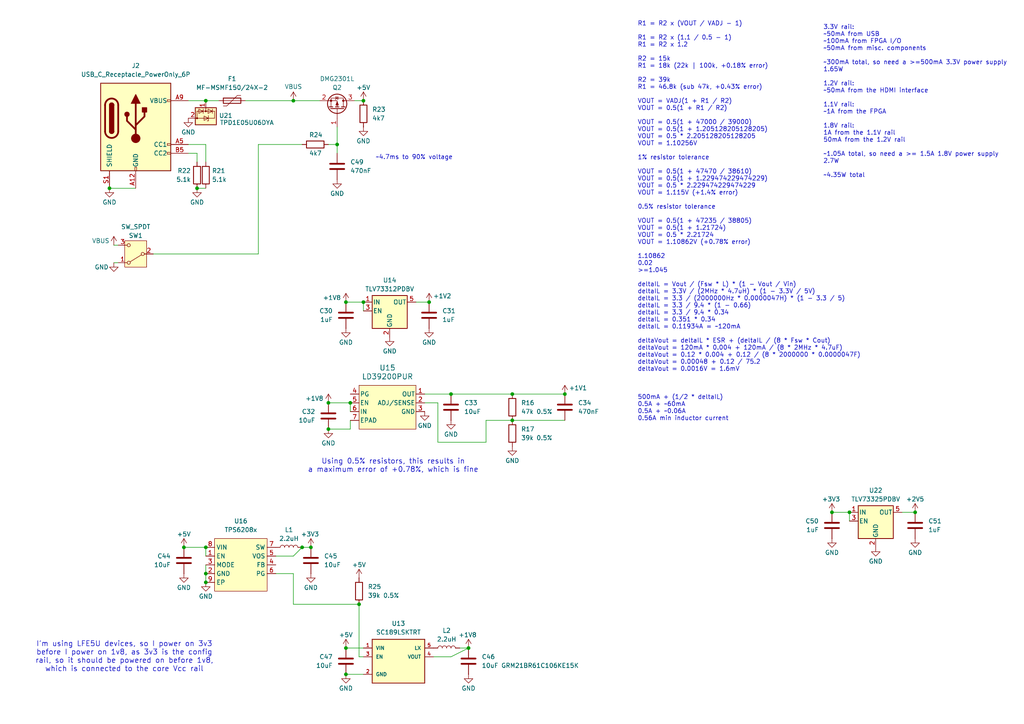
<source format=kicad_sch>
(kicad_sch (version 20231120) (generator "eeschema") (generator_version "8.0")
  (paper "A4")
  (lib_symbols
    (symbol "Connector:USB_C_Receptacle_PowerOnly_6P" (pin_names (offset 1.016))
      (property "Reference" "J" (at 0 16.51 0))
      (property "Value" "USB_C_Receptacle_PowerOnly_6P" (at 0 13.97 0))
      (symbol "USB_C_Receptacle_PowerOnly_6P_0_0"
        (rectangle (start -0.254 -12.7) (end 0.254 -11.684))
        (rectangle (start 10.16 -7.366) (end 9.144 -7.874))
        (rectangle (start 10.16 -4.826) (end 9.144 -5.334))
        (rectangle (start 10.16 7.874) (end 9.144 7.366))
      )
      (symbol "USB_C_Receptacle_PowerOnly_6P_0_1"
        (rectangle (start -10.16 12.7) (end 10.16 -12.7) (stroke (width 0.254)) (fill (type background)))
        (arc (start -8.89 -1.27) (mid -6.985 -3.1667) (end -5.08 -1.27) (stroke (width 0.508)))
        (arc (start -7.62 -1.27) (mid -6.985 -1.9023) (end -6.35 -1.27) (stroke (width 0.254)))
        (arc (start -7.62 -1.27) (mid -6.985 -1.9023) (end -6.35 -1.27) (stroke (width 0.254)) (fill (type outline)))
        (rectangle (start -7.62 -1.27) (end -6.35 6.35) (stroke (width 0.254)) (fill (type outline)))
        (arc (start -6.35 6.35) (mid -6.985 6.9823) (end -7.62 6.35) (stroke (width 0.254)))
        (arc (start -6.35 6.35) (mid -6.985 6.9823) (end -7.62 6.35) (stroke (width 0.254)) (fill (type outline)))
        (arc (start -5.08 6.35) (mid -6.985 8.2467) (end -8.89 6.35) (stroke (width 0.508)))
        (circle (center -2.54 3.683) (radius 0.635) (stroke (width 0.254)) (fill (type outline)))
        (circle (center 0 -3.302) (radius 1.27) (fill (type outline)))
        (polyline (pts (xy -8.89 -1.27) (xy -8.89 6.35)) (stroke (width 0.508)))
        (polyline (pts (xy -5.08 6.35) (xy -5.08 -1.27)) (stroke (width 0.508)))
        (polyline (pts (xy 0 -3.302) (xy 0 6.858)) (stroke (width 0.508)))
        (polyline (pts (xy 0 -0.762) (xy -2.54 1.778) (xy -2.54 3.048)) (stroke (width 0.508)))
        (polyline (pts (xy 0 0.508) (xy 2.54 3.048) (xy 2.54 4.318)) (stroke (width 0.508)))
        (polyline (pts (xy -1.27 6.858) (xy 0 9.398) (xy 1.27 6.858) (xy -1.27 6.858)) (stroke (width 0.254)) (fill (type outline)))
        (rectangle (start 1.905 4.318) (end 3.175 5.588) (stroke (width 0.254)) (fill (type outline)))
      )
      (symbol "USB_C_Receptacle_PowerOnly_6P_1_1"
        (pin passive line (at 0 -17.78 90) (length 5.08) (name "GND") (number "A12"))
        (pin bidirectional line (at 15.24 -5.08 180) (length 5.08) (name "CC1") (number "A5"))
        (pin passive line (at 15.24 7.62 180) (length 5.08) (name "VBUS") (number "A9"))
        (pin passive line (at 0 -17.78 90) (length 5.08) hide (name "GND") (number "B12"))
        (pin bidirectional line (at 15.24 -7.62 180) (length 5.08) (name "CC2") (number "B5"))
        (pin passive line (at 15.24 7.62 180) (length 5.08) hide (name "VBUS") (number "B9"))
        (pin passive line (at -7.62 -17.78 90) (length 5.08) (name "SHIELD") (number "S1"))
      )
    )
    (symbol "Device:C" (pin_numbers hide) (pin_names (offset 0.254))
      (property "Reference" "C" (at 0.635 2.54 0))
      (property "Value" "C" (at 0.635 -2.54 0))
      (symbol "C_0_1"
        (polyline (pts (xy -2.032 -0.762) (xy 2.032 -0.762)) (stroke (width 0.508)))
        (polyline (pts (xy -2.032 0.762) (xy 2.032 0.762)) (stroke (width 0.508)))
      )
      (symbol "C_1_1"
        (pin passive line (at 0 3.81 270) (length 2.794) (name "~") (number "1"))
        (pin passive line (at 0 -3.81 90) (length 2.794) (name "~") (number "2"))
      )
    )
    (symbol "Device:L" (pin_numbers hide) (pin_names (offset 1.016) hide)
      (property "Reference" "L" (at -1.27 0 90))
      (property "Value" "L" (at 1.905 0 90))
      (symbol "L_0_1"
        (arc (start 0 -2.54) (mid 0.6323 -1.905) (end 0 -1.27))
        (arc (start 0 -1.27) (mid 0.6323 -0.635) (end 0 0))
        (arc (start 0 0) (mid 0.6323 0.635) (end 0 1.27))
        (arc (start 0 1.27) (mid 0.6323 1.905) (end 0 2.54))
      )
      (symbol "L_1_1"
        (pin passive line (at 0 3.81 270) (length 1.27) (name "1") (number "1"))
        (pin passive line (at 0 -3.81 90) (length 1.27) (name "2") (number "2"))
      )
    )
    (symbol "Device:Polyfuse" (pin_numbers hide) (pin_names (offset 0))
      (property "Reference" "F" (at -2.54 0 90))
      (property "Value" "Polyfuse" (at 2.54 0 90))
      (symbol "Polyfuse_0_1"
        (rectangle (start -0.762 2.54) (end 0.762 -2.54) (stroke (width 0.254)))
        (polyline (pts (xy 0 2.54) (xy 0 -2.54)))
        (polyline (pts (xy -1.524 2.54) (xy -1.524 1.524) (xy 1.524 -1.524) (xy 1.524 -2.54)))
      )
      (symbol "Polyfuse_1_1"
        (pin passive line (at 0 3.81 270) (length 1.27) (name "~") (number "1"))
        (pin passive line (at 0 -3.81 90) (length 1.27) (name "~") (number "2"))
      )
    )
    (symbol "Device:R" (pin_numbers hide) (pin_names (offset 0))
      (property "Reference" "R" (at 2.032 0 90))
      (property "Value" "R" (at 0 0 90))
      (symbol "R_0_1"
        (rectangle (start -1.016 -2.54) (end 1.016 2.54) (stroke (width 0.254)))
      )
      (symbol "R_1_1"
        (pin passive line (at 0 3.81 270) (length 1.27) (name "~") (number "1"))
        (pin passive line (at 0 -3.81 90) (length 1.27) (name "~") (number "2"))
      )
    )
    (symbol "Power_Protection:TPD1E05U06DYA" (pin_names (offset 0) hide)
      (property "Reference" "U" (at -2.54 3.175 0))
      (property "Value" "TPD1E05U06DYA" (at 1.27 3.175 0))
      (symbol "TPD1E05U06DYA_0_1"
        (rectangle (start -3.048 1.905) (end 3.048 -3.048) (stroke (width 0.254)) (fill (type background)))
        (circle (center 0 -2.032) (radius 0.2032) (fill (type outline)))
        (polyline (pts (xy -2.54 -2.032) (xy -2.54 0)))
        (polyline (pts (xy -1.905 -2.667) (xy -1.905 -1.397)))
        (polyline (pts (xy -1.016 0) (xy -2.54 0)))
        (polyline (pts (xy -0.762 -0.762) (xy -0.762 0.762)))
        (polyline (pts (xy -0.762 0.762) (xy -0.762 0.762)))
        (polyline (pts (xy -0.635 -2.032) (xy -2.54 -2.032)))
        (polyline (pts (xy -0.635 -2.032) (xy 0.635 -2.032)))
        (polyline (pts (xy -0.381 0.762) (xy -0.762 0.762)))
        (polyline (pts (xy 0 -2.54) (xy 0 -2.032)))
        (polyline (pts (xy 0.762 -2.667) (xy 0.762 -1.397)))
        (polyline (pts (xy 0.889 0) (xy -1.016 0)))
        (polyline (pts (xy 0.889 0) (xy -1.016 0)))
        (polyline (pts (xy 0.889 0) (xy 2.54 0)))
        (polyline (pts (xy 2.54 -2.032) (xy 0.635 -2.032)))
        (polyline (pts (xy 2.54 -2.032) (xy 0.635 -2.032)))
        (polyline (pts (xy 2.54 -2.032) (xy 2.54 0)))
        (polyline (pts (xy -1.905 -2.032) (xy -0.635 -1.397) (xy -0.635 -2.667) (xy -1.905 -2.032)))
        (polyline (pts (xy -0.762 0) (xy 0.508 0.635) (xy 0.508 -0.635) (xy -0.762 0)))
        (polyline (pts (xy 0.762 -2.032) (xy 2.032 -1.397) (xy 2.032 -2.667) (xy 0.762 -2.032)))
        (circle (center 2.54 0) (radius 0.2032) (fill (type outline)))
      )
      (symbol "TPD1E05U06DYA_1_1"
        (pin passive line (at 0 -5.08 90) (length 2.54) (name "I/O") (number "1"))
        (pin power_in line (at 5.08 0 180) (length 2.54) (name "GND") (number "2"))
      )
    )
    (symbol "Regulator_Linear:LD39200PUR" (pin_names (offset 0.254))
      (property "Reference" "U" (at 10.922 4.318 0))
      (property "Value" "LD39200PUR" (at 10.16 -12.446 0))
      (symbol "LD39200PUR_0_1"
        (pin output line (at 21.59 0 180) (length 2.54) (name "OUT") (number "1"))
        (pin unspecified line (at 21.59 -2.54 180) (length 2.54) (name "ADJ/SENSE") (number "2"))
        (pin power_out line (at 21.59 -5.08 180) (length 2.54) (name "GND") (number "3"))
        (pin unspecified line (at 0 0 0) (length 2.54) (name "PG") (number "4"))
        (pin unspecified line (at 0 -2.54 0) (length 2.54) (name "EN") (number "5"))
        (pin input line (at 0 -5.08 0) (length 2.54) (name "IN") (number "6"))
        (pin power_out line (at 0 -7.62 0) (length 2.54) (name "EPAD") (number "7"))
      )
      (symbol "LD39200PUR_1_1"
        (rectangle (start 2.54 2.54) (end 19.05 -10.16) (fill (type background)))
      )
    )
    (symbol "Regulator_Linear:TLV73312PDBV" (pin_names (offset 0.254))
      (property "Reference" "U" (at -3.81 5.715 0))
      (property "Value" "TLV73312PDBV" (at 0 5.715 0))
      (symbol "TLV73312PDBV_0_1"
        (rectangle (start -5.08 4.445) (end 5.08 -5.08) (stroke (width 0.254)) (fill (type background)))
      )
      (symbol "TLV73312PDBV_1_1"
        (pin power_in line (at -7.62 2.54 0) (length 2.54) (name "IN") (number "1"))
        (pin power_in line (at 0 -7.62 90) (length 2.54) (name "GND") (number "2"))
        (pin input line (at -7.62 0 0) (length 2.54) (name "EN") (number "3"))
        (pin no_connect line (at 5.08 0 180) (length 2.54) hide (name "NC") (number "4"))
        (pin power_out line (at 7.62 2.54 180) (length 2.54) (name "OUT") (number "5"))
      )
    )
    (symbol "Regulator_Linear:TLV73325PDBV" (pin_names (offset 0.254))
      (property "Reference" "U" (at -3.81 5.715 0))
      (property "Value" "TLV73325PDBV" (at 0 5.715 0))
      (symbol "TLV73325PDBV_0_1"
        (rectangle (start -5.08 4.445) (end 5.08 -5.08) (stroke (width 0.254)) (fill (type background)))
      )
      (symbol "TLV73325PDBV_1_1"
        (pin power_in line (at -7.62 2.54 0) (length 2.54) (name "IN") (number "1"))
        (pin power_in line (at 0 -7.62 90) (length 2.54) (name "GND") (number "2"))
        (pin input line (at -7.62 0 0) (length 2.54) (name "EN") (number "3"))
        (pin no_connect line (at 5.08 0 180) (length 2.54) hide (name "NC") (number "4"))
        (pin power_out line (at 7.62 2.54 180) (length 2.54) (name "OUT") (number "5"))
      )
    )
    (symbol "Regulator_Switching:SC189LSKTRT" (pin_names (offset 1.016))
      (property "Reference" "U" (at -5.842 8.636 0))
      (property "Value" "SC189LSKTRT" (at -6.096 -8.128 0))
      (symbol "SC189LSKTRT_0_0"
        (rectangle (start -7.62 7.62) (end 7.62 -5.08) (stroke (width 0.254)) (fill (type background)))
        (pin input line (at -10.16 5.08 0) (length 2.54) (name "VIN") (number "1"))
        (pin power_in line (at -10.16 -2.54 0) (length 2.54) (name "GND") (number "2"))
        (pin input line (at -10.16 2.54 0) (length 2.54) (name "EN") (number "3"))
        (pin input line (at 10.16 2.54 180) (length 2.54) (name "VOUT") (number "4"))
        (pin output line (at 10.16 5.08 180) (length 2.54) (name "LX") (number "5"))
      )
    )
    (symbol "Regulator_Switching:TPS6208x"
      (property "Reference" "U" (at 0 11.938 0))
      (property "Value" "TPS6208x" (at 0.254 9.144 0))
      (symbol "TPS6208x_0_1"
        (rectangle (start -7.62 7.62) (end 7.62 -7.62) (fill (type background)))
      )
      (symbol "TPS6208x_1_1"
        (pin input line (at -10.16 2.54 0) (length 2.54) (name "EN") (number "1"))
        (pin power_out line (at -10.16 -2.54 0) (length 2.54) (name "GND") (number "2"))
        (pin input line (at -10.16 0 0) (length 2.54) (name "MODE") (number "3"))
        (pin input line (at 10.16 0 180) (length 2.54) (name "FB") (number "4"))
        (pin input line (at 10.16 2.54 180) (length 2.54) (name "VOS") (number "5"))
        (pin output line (at 10.16 -2.54 180) (length 2.54) (name "PG") (number "6"))
        (pin power_out line (at 10.16 5.08 180) (length 2.54) (name "SW") (number "7"))
        (pin power_in line (at -10.16 5.08 0) (length 2.54) (name "VIN") (number "8"))
        (pin power_out line (at -10.16 -5.08 0) (length 2.54) (name "EP") (number "9"))
      )
    )
    (symbol "Switch:SW_SPDT" (pin_names (offset 0) hide)
      (property "Reference" "SW" (at 0 5.08 0))
      (property "Value" "SW_SPDT" (at 0 -5.08 0))
      (symbol "SW_SPDT_0_1"
        (circle (center -2.032 0) (radius 0.4572))
        (polyline (pts (xy -1.651 0.254) (xy 1.651 2.286)))
        (circle (center 2.032 -2.54) (radius 0.4572))
        (circle (center 2.032 2.54) (radius 0.4572))
      )
      (symbol "SW_SPDT_1_1"
        (rectangle (start -3.175 3.81) (end 3.175 -3.81) (fill (type background)))
        (pin passive line (at 5.08 2.54 180) (length 2.54) (name "A") (number "1"))
        (pin passive line (at -5.08 0 0) (length 2.54) (name "B") (number "2"))
        (pin passive line (at 5.08 -2.54 180) (length 2.54) (name "C") (number "3"))
      )
    )
    (symbol "Transistor_FET:DMG2301L" (pin_names hide)
      (property "Reference" "Q" (at 5.08 1.905 0))
      (property "Value" "DMG2301L" (at 5.08 0 0))
      (symbol "DMG2301L_0_1"
        (polyline (pts (xy 0.254 0) (xy -2.54 0)))
        (polyline (pts (xy 0.254 1.905) (xy 0.254 -1.905)) (stroke (width 0.254)))
        (polyline (pts (xy 0.762 -1.27) (xy 0.762 -2.286)) (stroke (width 0.254)))
        (polyline (pts (xy 0.762 0.508) (xy 0.762 -0.508)) (stroke (width 0.254)))
        (polyline (pts (xy 0.762 2.286) (xy 0.762 1.27)) (stroke (width 0.254)))
        (polyline (pts (xy 2.54 2.54) (xy 2.54 1.778)))
        (polyline (pts (xy 2.54 -2.54) (xy 2.54 0) (xy 0.762 0)))
        (polyline (pts (xy 0.762 1.778) (xy 3.302 1.778) (xy 3.302 -1.778) (xy 0.762 -1.778)))
        (polyline (pts (xy 2.286 0) (xy 1.27 0.381) (xy 1.27 -0.381) (xy 2.286 0)) (fill (type outline)))
        (polyline (pts (xy 2.794 -0.508) (xy 2.921 -0.381) (xy 3.683 -0.381) (xy 3.81 -0.254)))
        (polyline (pts (xy 3.302 -0.381) (xy 2.921 0.254) (xy 3.683 0.254) (xy 3.302 -0.381)))
        (circle (center 1.651 0) (radius 2.794) (stroke (width 0.254)))
        (circle (center 2.54 -1.778) (radius 0.254) (fill (type outline)))
        (circle (center 2.54 1.778) (radius 0.254) (fill (type outline)))
      )
      (symbol "DMG2301L_1_1"
        (pin input line (at -5.08 0 0) (length 2.54) (name "G") (number "1"))
        (pin passive line (at 2.54 -5.08 90) (length 2.54) (name "S") (number "2"))
        (pin passive line (at 2.54 5.08 270) (length 2.54) (name "D") (number "3"))
      )
    )
    (symbol "power:+1V2" (power) (pin_numbers hide) (pin_names (offset 0) hide)
      (property "Value" "+1V2" (at 0 3.556 0))
      (symbol "+1V2_0_1"
        (polyline (pts (xy -0.762 1.27) (xy 0 2.54)))
        (polyline (pts (xy 0 0) (xy 0 2.54)))
        (polyline (pts (xy 0 2.54) (xy 0.762 1.27)))
      )
      (symbol "+1V2_1_1"
        (pin power_in line (at 0 0 90) (length 0) (name "~") (number "1"))
      )
    )
    (symbol "power:+2V5" (power) (pin_numbers hide) (pin_names (offset 0) hide)
      (property "Value" "+2V5" (at 0 3.556 0))
      (symbol "+2V5_0_1"
        (polyline (pts (xy -0.762 1.27) (xy 0 2.54)))
        (polyline (pts (xy 0 0) (xy 0 2.54)))
        (polyline (pts (xy 0 2.54) (xy 0.762 1.27)))
      )
      (symbol "+2V5_1_1"
        (pin power_in line (at 0 0 90) (length 0) (name "~") (number "1"))
      )
    )
    (symbol "power:+3V3" (power) (pin_numbers hide) (pin_names (offset 0) hide)
      (property "Value" "+3V3" (at 0 3.556 0))
      (symbol "+3V3_0_1"
        (polyline (pts (xy -0.762 1.27) (xy 0 2.54)))
        (polyline (pts (xy 0 0) (xy 0 2.54)))
        (polyline (pts (xy 0 2.54) (xy 0.762 1.27)))
      )
      (symbol "+3V3_1_1"
        (pin power_in line (at 0 0 90) (length 0) (name "~") (number "1"))
      )
    )
    (symbol "power:+5V" (power) (pin_numbers hide) (pin_names (offset 0) hide)
      (property "Value" "+5V" (at 0 3.556 0))
      (symbol "+5V_0_1"
        (polyline (pts (xy -0.762 1.27) (xy 0 2.54)))
        (polyline (pts (xy 0 0) (xy 0 2.54)))
        (polyline (pts (xy 0 2.54) (xy 0.762 1.27)))
      )
      (symbol "+5V_1_1"
        (pin power_in line (at 0 0 90) (length 0) (name "~") (number "1"))
      )
    )
    (symbol "power:GND" (power) (pin_numbers hide) (pin_names (offset 0) hide)
      (property "Value" "GND" (at 0 -3.81 0))
      (symbol "GND_0_1"
        (polyline (pts (xy 0 0) (xy 0 -1.27) (xy 1.27 -1.27) (xy 0 -2.54) (xy -1.27 -1.27) (xy 0 -1.27)))
      )
      (symbol "GND_1_1"
        (pin power_in line (at 0 0 270) (length 0) (name "~") (number "1"))
      )
    )
  )
  (junction (at 85.09 29.21))
  (junction (at 163.83 114.3))
  (junction (at 105.41 87.63))
  (junction (at 57.15 54.61))
  (junction (at 148.59 121.92))
  (junction (at 100.33 195.58))
  (junction (at 265.43 148.59))
  (junction (at 59.69 158.75))
  (junction (at 100.33 187.96))
  (junction (at 59.69 29.21))
  (junction (at 87.63 158.75))
  (junction (at 90.17 158.75))
  (junction (at 59.69 168.91))
  (junction (at 59.69 166.37))
  (junction (at 148.59 114.3))
  (junction (at 95.25 116.84))
  (junction (at 241.3 148.59))
  (junction (at 105.41 29.21))
  (junction (at 53.34 158.75))
  (junction (at 101.6 116.84))
  (junction (at 100.33 87.63))
  (junction (at 135.89 187.96))
  (junction (at 104.14 175.26))
  (junction (at 130.81 114.3))
  (junction (at 95.25 124.46))
  (junction (at 124.46 87.63))
  (junction (at 246.38 148.59))
  (junction (at 31.75 54.61))
  (junction (at 97.79 41.91))
  (wire (pts (xy 95.25 41.91) (xy 97.79 41.91)))
  (wire (pts (xy 101.6 121.92) (xy 101.6 124.46)))
  (wire (pts (xy 53.34 158.75) (xy 59.69 158.75)))
  (wire (pts (xy 33.02 71.12) (xy 34.29 71.12)))
  (wire (pts (xy 54.61 29.21) (xy 59.69 29.21)))
  (wire (pts (xy 261.62 148.59) (xy 265.43 148.59)))
  (wire (pts (xy 57.15 44.45) (xy 57.15 46.99)))
  (wire (pts (xy 148.59 121.92) (xy 163.83 121.92)))
  (wire (pts (xy 59.69 166.37) (xy 59.69 168.91)))
  (wire (pts (xy 85.09 175.26) (xy 104.14 175.26)))
  (wire (pts (xy 130.81 114.3) (xy 148.59 114.3)))
  (wire (pts (xy 123.19 114.3) (xy 130.81 114.3)))
  (wire (pts (xy 120.65 87.63) (xy 124.46 87.63)))
  (wire (pts (xy 31.75 54.61) (xy 39.37 54.61)))
  (wire (pts (xy 59.69 29.21) (xy 63.5 29.21)))
  (wire (pts (xy 140.97 121.92) (xy 140.97 128.27)))
  (wire (pts (xy 85.09 166.37) (xy 85.09 175.26)))
  (wire (pts (xy 123.19 116.84) (xy 127 116.84)))
  (wire (pts (xy 105.41 90.17) (xy 105.41 87.63)))
  (wire (pts (xy 246.38 148.59) (xy 246.38 151.13)))
  (wire (pts (xy 97.79 36.83) (xy 97.79 41.91)))
  (wire (pts (xy 127 116.84) (xy 127 128.27)))
  (wire (pts (xy 100.33 87.63) (xy 105.41 87.63)))
  (wire (pts (xy 105.41 190.5) (xy 104.14 190.5)))
  (wire (pts (xy 54.61 44.45) (xy 57.15 44.45)))
  (wire (pts (xy 59.69 41.91) (xy 59.69 46.99)))
  (wire (pts (xy 104.14 175.26) (xy 104.14 190.5)))
  (wire (pts (xy 54.61 41.91) (xy 59.69 41.91)))
  (wire (pts (xy 130.81 190.5) (xy 125.73 190.5)))
  (wire (pts (xy 140.97 121.92) (xy 148.59 121.92)))
  (wire (pts (xy 74.93 41.91) (xy 87.63 41.91)))
  (wire (pts (xy 59.69 163.83) (xy 59.69 166.37)))
  (wire (pts (xy 59.69 158.75) (xy 59.69 161.29)))
  (wire (pts (xy 101.6 116.84) (xy 101.6 119.38)))
  (wire (pts (xy 130.81 190.5) (xy 135.89 187.96)))
  (wire (pts (xy 127 128.27) (xy 140.97 128.27)))
  (wire (pts (xy 74.93 73.66) (xy 44.45 73.66)))
  (wire (pts (xy 71.12 29.21) (xy 85.09 29.21)))
  (wire (pts (xy 74.93 41.91) (xy 74.93 73.66)))
  (wire (pts (xy 100.33 187.96) (xy 105.41 187.96)))
  (wire (pts (xy 85.09 161.29) (xy 87.63 158.75)))
  (wire (pts (xy 33.02 76.2) (xy 34.29 76.2)))
  (wire (pts (xy 100.33 195.58) (xy 105.41 195.58)))
  (wire (pts (xy 85.09 29.21) (xy 92.71 29.21)))
  (wire (pts (xy 87.63 158.75) (xy 90.17 158.75)))
  (wire (pts (xy 80.01 161.29) (xy 85.09 161.29)))
  (wire (pts (xy 95.25 116.84) (xy 101.6 116.84)))
  (wire (pts (xy 57.15 54.61) (xy 59.69 54.61)))
  (wire (pts (xy 133.35 187.96) (xy 135.89 187.96)))
  (wire (pts (xy 101.6 124.46) (xy 95.25 124.46)))
  (wire (pts (xy 148.59 114.3) (xy 163.83 114.3)))
  (wire (pts (xy 85.09 166.37) (xy 80.01 166.37)))
  (wire (pts (xy 241.3 148.59) (xy 246.38 148.59)))
  (wire (pts (xy 97.79 41.91) (xy 97.79 44.45)))
  (wire (pts (xy 105.41 29.21) (xy 102.87 29.21)))
  (text "3.3V rail:\n~50mA from USB\n~100mA from FPGA I/O\n~50mA from misc. components\n\n~300mA total, so need a >=500mA 3.3V power supply\n1.65W\n\n1.2V rail:\n~50mA from the HDMI interface\n\n1.1V rail:\n~1A from the FPGA\n\n1.8V rail:\n1A from the 1.1V rail\n50mA from the 1.2V rail\n\n~1.05A total, so need a >= 1.5A 1.8V power supply\n2.7W\n\n~4.35W total\n\n\n" (at 238.76 31.496 0) (effects (font (size 1.27 1.27)) (justify left)))
  (text "~4.7ms to 90% voltage" (at 120.142 45.72 0) (effects (font (size 1.27 1.27))))
  (text "Using 0.5% resistors, this results in\na maximum error of +0.78%, which is fine" (at 114.046 135.128 0) (effects (font (size 1.5 1.5))))
  (text "I'm using LFE5U devices, so I power on 3v3\nbefore I power on 1v8, as 3v3 is the config\nrail, so it should be powered on before 1v8,\nwhich is connected to the core Vcc rail" (at 36.068 190.5 0) (effects (font (size 1.5 1.5))))
  (text "R1 = R2 x (VOUT / VADJ - 1)\n\nR1 = R2 x (1.1 / 0.5 - 1)\nR1 = R2 x 1.2\n\nR2 = 15k\nR1 = 18k (22k | 100k, +0.18% error)\n\nR2 = 39k\nR1 = 46.8k (sub 47k, +0.43% error)\n\nVOUT = VADJ(1 + R1 / R2)\nVOUT = 0.5(1 + R1 / R2)\n\nVOUT = 0.5(1 + 47000 / 39000)\nVOUT = 0.5(1 + 1.205128205128205)\nVOUT = 0.5 * 2.205128205128205\nVOUT = 1.10256V\n\n1% resistor tolerance\n\nVOUT = 0.5(1 + 47470 / 38610)\nVOUT = 0.5(1 + 1.229474229474229)\nVOUT = 0.5 * 2.229474229474229\nVOUT = 1.115V (+1.4% error)\n\n0.5% resistor tolerance\n\nVOUT = 0.5(1 + 47235 / 38805)\nVOUT = 0.5(1 + 1.21724)\nVOUT = 0.5 * 2.21724\nVOUT = 1.10862V (+0.78% error)\n\n1.10862\n0.02\n>=1.045\n\ndeltaIL = Vout / (Fsw * L) * (1 - Vout / Vin)\ndeltaIL = 3.3V / (2MHz * 4.7uH) * (1 - 3.3V / 5V)\ndeltaIL = 3.3 / (2000000Hz * 0.0000047H) * (1 - 3.3 / 5)\ndeltaIL = 3.3 / 9.4 * (1 - 0.66)\ndeltaIL = 3.3 / 9.4 * 0.34\ndeltaIL = 0.351 * 0.34\ndeltaIL = 0.11934A = ~120mA\n\ndeltaVout = deltaIL * ESR + (deltaIL / (8 * Fsw * Cout)\ndeltaVout = 120mA * 0.004 + 120mA / (8 * 2MHz * 4.7uF)\ndeltaVout = 0.12 * 0.004 + 0.12 / (8 * 2000000 * 0.0000047F)\ndeltaVout = 0.00048 + 0.12 / 75.2\ndeltaVout = 0.0016V = 1.6mV\n\n\n\n500mA + (1/2 * deltaIL)\n0.5A + ~60mA\n0.5A + ~0.06A\n0.56A min inductor current\n\n\n\n\n\n\n\n\n\n\n" (at 184.912 74.422 0) (effects (font (size 1.27 1.27)) (justify left)))
  (symbol (lib_id "Regulator_Linear:LD39200PUR") (at 101.6 114.3 0) (unit 1)
    (property "Reference" "U15" (at 112.395 106.68 0) (effects (font (size 1.524 1.524))))
    (property "Value" "LD39200PUR" (at 112.395 109.22 0) (effects (font (size 1.524 1.524))))
    (property "Footprint" "Package_DFN_QFN:DFN6_3P1X3P1X0P95_STM" (effects (hide yes)))
    (property "Datasheet" "LD39200PUR" (effects (hide yes)))
  )
  (symbol (lib_id "Device:R") (at 57.15 50.8 0) (mirror y) (unit 1)
    (property "Reference" "R22" (at 55.372 49.53 0) (effects (justify left)))
    (property "Value" "5.1k" (at 55.372 52.07 0) (effects (justify left)))
    (property "Footprint" "Resistor_SMD:R_0402_1005Metric_Pad0.72x0.64mm_HandSolder" (effects (hide yes)))
    (property "Description" "Resistor" (effects (hide yes)))
  )
  (symbol (lib_id "power:GND") (at 97.79 52.07 0) (mirror y) (unit 1)
    (property "Reference" "#PWR0239" (effects (hide yes)))
    (property "Value" "GND" (at 97.79 56.134 0))
    (property "Description" "Power symbol creates a global label with name \"GND\" , ground" (effects (hide yes)))
  )
  (symbol (lib_id "power:GND") (at 57.15 54.61 0) (mirror y) (unit 1)
    (property "Reference" "#PWR0237" (effects (hide yes)))
    (property "Value" "GND" (at 57.15 58.674 0))
    (property "Description" "Power symbol creates a global label with name \"GND\" , ground" (effects (hide yes)))
  )
  (symbol (lib_id "Device:R") (at 148.59 125.73 0) (unit 1)
    (property "Reference" "R17" (at 151.13 124.4599 0) (effects (justify left)))
    (property "Value" "39k 0.5%" (at 151.13 126.9999 0) (effects (justify left)))
    (property "Footprint" "Resistor_SMD:R_0402_1005Metric_Pad0.72x0.64mm_HandSolder" (effects (hide yes)))
    (property "Description" "Resistor" (effects (hide yes)))
  )
  (symbol (lib_id "Device:C") (at 265.43 152.4 0) (unit 1)
    (property "Reference" "C51" (at 269.24 151.1299 0) (effects (justify left)))
    (property "Value" "1uF" (at 269.24 153.6699 0) (effects (justify left)))
    (property "Footprint" "Capacitor_SMD:C_0402_1005Metric_Pad0.74x0.62mm_HandSolder" (effects (hide yes)))
    (property "Description" "Unpolarized capacitor" (effects (hide yes)))
  )
  (symbol (lib_id "power:GND") (at 33.02 76.2 0) (mirror y) (unit 1)
    (property "Reference" "#PWR0240" (effects (hide yes)))
    (property "Value" "GND" (at 29.464 77.47 0))
    (property "Description" "Power symbol creates a global label with name \"GND\" , ground" (effects (hide yes)))
  )
  (symbol (lib_id "power:GND") (at 90.17 166.37 0) (mirror y) (unit 1)
    (property "Reference" "#PWR0223" (effects (hide yes)))
    (property "Value" "GND" (at 90.17 170.434 0))
    (property "Description" "Power symbol creates a global label with name \"GND\" , ground" (effects (hide yes)))
  )
  (symbol (lib_id "power:GND") (at 148.59 129.54 0) (mirror y) (unit 1)
    (property "Reference" "#PWR0212" (effects (hide yes)))
    (property "Value" "GND" (at 148.59 133.604 0))
    (property "Description" "Power symbol creates a global label with name \"GND\" , ground" (effects (hide yes)))
  )
  (symbol (lib_id "power:GND") (at 95.25 124.46 0) (mirror y) (unit 1)
    (property "Reference" "#PWR0210" (effects (hide yes)))
    (property "Value" "GND" (at 95.25 128.524 0))
    (property "Description" "Power symbol creates a global label with name \"GND\" , ground" (effects (hide yes)))
  )
  (symbol (lib_id "Regulator_Switching:SC189LSKTRT") (at 115.57 193.04 0) (unit 1)
    (property "Reference" "U13" (at 115.57 180.848 0))
    (property "Value" "SC189LSKTRT" (at 115.57 183.388 0))
    (property "Footprint" "Package_TO_SOT_SMD:SOT95P280X145-5N" (effects (hide yes)))
    (property "STANDARD" "IPC7351B" (effects (hide yes)))
    (property "MANUFACTURER" "SEMTECH" (effects (hide yes)))
  )
  (symbol (lib_id "power:GND") (at 54.61 34.29 0) (mirror y) (unit 1)
    (property "Reference" "#PWR0236" (effects (hide yes)))
    (property "Value" "GND" (at 54.61 38.354 0))
    (property "Description" "Power symbol creates a global label with name \"GND\" , ground" (effects (hide yes)))
  )
  (symbol (lib_id "power:GND") (at 241.3 156.21 0) (mirror y) (unit 1)
    (property "Reference" "#PWR0244" (effects (hide yes)))
    (property "Value" "GND" (at 241.3 160.274 0))
    (property "Description" "Power symbol creates a global label with name \"GND\" , ground" (effects (hide yes)))
  )
  (symbol (lib_id "Device:C") (at 100.33 191.77 0) (mirror y) (unit 1)
    (property "Reference" "C47" (at 96.52 190.4999 0) (effects (justify left)))
    (property "Value" "10uF" (at 96.52 193.0399 0) (effects (justify left)))
    (property "Footprint" "Capacitor_SMD:C_0603_1608Metric_Pad1.08x0.95mm_HandSolder" (effects (hide yes)))
    (property "Description" "Unpolarized capacitor" (effects (hide yes)))
  )
  (symbol (lib_id "power:+2V5") (at 265.43 148.59 0) (unit 1)
    (property "Reference" "#PWR0247" (effects (hide yes)))
    (property "Value" "+2V5" (at 265.43 144.78 0))
    (property "Description" "Power symbol creates a global label with name \"+2V5\"" (effects (hide yes)))
  )
  (symbol (lib_id "Device:C") (at 53.34 162.56 0) (mirror y) (unit 1)
    (property "Reference" "C44" (at 49.53 161.2899 0) (effects (justify left)))
    (property "Value" "10uF" (at 49.53 163.8299 0) (effects (justify left)))
    (property "Footprint" "Capacitor_SMD:C_0603_1608Metric_Pad1.08x0.95mm_HandSolder" (effects (hide yes)))
    (property "Description" "Unpolarized capacitor" (effects (hide yes)))
  )
  (symbol (lib_id "Power_Protection:TPD1E05U06DYA") (at 59.69 34.29 180) (unit 1)
    (property "Reference" "U21" (at 63.5 33.528 0) (effects (justify right)))
    (property "Value" "TPD1E05U06DYA" (at 63.754 35.56 0) (effects (justify right)))
    (property "Footprint" "Diode_SMD:D_SOD-523" (effects (hide yes)))
    (property "Datasheet" "https://www.ti.com/lit/ds/symlink/tpd1e05u06.pdf" (effects (hide yes)))
    (property "Description" "1-Channel ESD Protection for Super-Speed USB 3.0 Interface, SOD-523" (effects (hide yes)))
  )
  (symbol (lib_id "Transistor_FET:DMG2301L") (at 97.79 31.75 270) (mirror x) (unit 1)
    (property "Reference" "Q2" (at 97.79 25.4 90))
    (property "Value" "DMG2301L" (at 97.79 22.86 90))
    (property "Footprint" "Package_TO_SOT_SMD:SOT-23" (effects (hide yes)))
    (property "Datasheet" "https://www.diodes.com/assets/Datasheets/DMG2301L.pdf" (effects (hide yes)))
    (property "Description" "-3A Id, -20V Vds, P-Channel MOSFET, SOT-23" (effects (hide yes)))
  )
  (symbol (lib_id "power:GND") (at 123.19 119.38 0) (mirror y) (unit 1)
    (property "Reference" "#PWR0211" (effects (hide yes)))
    (property "Value" "GND" (at 123.19 123.444 0))
    (property "Description" "Power symbol creates a global label with name \"GND\" , ground" (effects (hide yes)))
  )
  (symbol (lib_id "Device:L") (at 83.82 158.75 90) (unit 1)
    (property "Reference" "L1" (at 83.82 153.67 90))
    (property "Value" "2.2uH" (at 83.82 156.21 90))
    (property "Footprint" "Inductor_SMD:IND_TAIYO_NRS4018_TAY" (effects (hide yes)))
    (property "Description" "Inductor" (effects (hide yes)))
  )
  (symbol (lib_id "Device:C") (at 130.81 118.11 0) (unit 1)
    (property "Reference" "C33" (at 134.62 116.8399 0) (effects (justify left)))
    (property "Value" "10uF" (at 134.62 119.3799 0) (effects (justify left)))
    (property "Footprint" "Capacitor_SMD:C_0603_1608Metric_Pad1.08x0.95mm_HandSolder" (effects (hide yes)))
    (property "Description" "Unpolarized capacitor" (effects (hide yes)))
  )
  (symbol (lib_id "Device:Polyfuse") (at 67.31 29.21 90) (unit 1)
    (property "Reference" "F1" (at 67.31 22.86 90))
    (property "Value" "MF-MSMF150/24X-2" (at 67.31 25.4 90))
    (property "Footprint" "Fuse:Fuse_1812_4532Metric_Pad1.30x3.40mm_HandSolder" (effects (hide yes)))
    (property "Description" "Resettable fuse, polymeric positive temperature coefficient" (effects (hide yes)))
  )
  (symbol (lib_id "Regulator_Linear:TLV73325PDBV") (at 254 151.13 0) (unit 1)
    (property "Reference" "U22" (at 254 142.24 0))
    (property "Value" "TLV73325PDBV" (at 254 144.78 0))
    (property "Footprint" "Package_TO_SOT_SMD:SOT-23-5" (effects (hide yes)))
    (property "Datasheet" "http://www.ti.com/lit/ds/symlink/tlv733p.pdf" (effects (hide yes)))
    (property "Description" "300mA Capacitor-Free Low Dropout Voltage Regulator, Fixed Output 2.5V, SOT-23-5" (effects (hide yes)))
  )
  (symbol (lib_id "power:GND") (at 53.34 166.37 0) (mirror y) (unit 1)
    (property "Reference" "#PWR0227" (effects (hide yes)))
    (property "Value" "GND" (at 53.34 170.434 0))
    (property "Description" "Power symbol creates a global label with name \"GND\" , ground" (effects (hide yes)))
  )
  (symbol (lib_id "power:+1V2") (at 85.09 29.21 0) (unit 1)
    (property "Reference" "#PWR0241" (effects (hide yes)))
    (property "Value" "VBUS" (at 85.09 25.146 0))
    (property "Description" "Power symbol creates a global label with name \"+1V2\"" (effects (hide yes)))
  )
  (symbol (lib_id "power:+5V") (at 104.14 167.64 0) (unit 1)
    (property "Reference" "#PWR0249" (effects (hide yes)))
    (property "Value" "+5V" (at 104.14 163.83 0))
    (property "Description" "Power symbol creates a global label with name \"+5V\"" (effects (hide yes)))
  )
  (symbol (lib_id "Regulator_Linear:TLV73312PDBV") (at 113.03 90.17 0) (unit 1)
    (property "Reference" "U14" (at 113.03 81.28 0))
    (property "Value" "TLV73312PDBV" (at 113.03 83.82 0))
    (property "Footprint" "Package_TO_SOT_SMD:SOT-23-5" (effects (hide yes)))
    (property "Datasheet" "http://www.ti.com/lit/ds/symlink/tlv733p.pdf" (effects (hide yes)))
    (property "Description" "300mA Capacitor-Free Low Dropout Voltage Regulator, Fixed Output 1.2V, SOT-23-5" (effects (hide yes)))
  )
  (symbol (lib_id "Regulator_Switching:TPS6208x") (at 69.85 163.83 0) (unit 1)
    (property "Reference" "U16" (at 69.85 151.13 0))
    (property "Value" "TPS6208x" (at 69.85 153.67 0))
    (property "Footprint" "Package_SON:WSON-8-1EP_2x2mm_P0.5mm_EP0.9x1.6mm" (effects (hide yes)))
    (property "Datasheet" "https://www.ti.com/lit/ds/symlink/tps62080.pdf" (effects (hide yes)))
    (property "Description" "Texas Instruments buck regulator 1.2A (adj, 3v3, 1v8)" (effects (hide yes)))
  )
  (symbol (lib_id "power:GND") (at 254 158.75 0) (mirror y) (unit 1)
    (property "Reference" "#PWR0246" (effects (hide yes)))
    (property "Value" "GND" (at 254 162.814 0))
    (property "Description" "Power symbol creates a global label with name \"GND\" , ground" (effects (hide yes)))
  )
  (symbol (lib_id "power:GND") (at 100.33 95.25 0) (mirror y) (unit 1)
    (property "Reference" "#PWR0206" (effects (hide yes)))
    (property "Value" "GND" (at 100.33 99.314 0))
    (property "Description" "Power symbol creates a global label with name \"GND\" , ground" (effects (hide yes)))
  )
  (symbol (lib_id "Device:C") (at 163.83 118.11 0) (unit 1)
    (property "Reference" "C34" (at 167.64 116.8399 0) (effects (justify left)))
    (property "Value" "470nF" (at 167.64 119.3799 0) (effects (justify left)))
    (property "Footprint" "Capacitor_SMD:C_0402_1005Metric_Pad0.74x0.62mm_HandSolder" (effects (hide yes)))
    (property "Description" "Unpolarized capacitor" (effects (hide yes)))
  )
  (symbol (lib_id "power:+5V") (at 105.41 29.21 0) (unit 1)
    (property "Reference" "#PWR0243" (effects (hide yes)))
    (property "Value" "+5V" (at 105.41 25.4 0))
    (property "Description" "Power symbol creates a global label with name \"+5V\"" (effects (hide yes)))
  )
  (symbol (lib_id "Device:C") (at 100.33 91.44 0) (mirror y) (unit 1)
    (property "Reference" "C30" (at 96.52 90.1699 0) (effects (justify left)))
    (property "Value" "1uF" (at 96.52 92.7099 0) (effects (justify left)))
    (property "Footprint" "Capacitor_SMD:C_0402_1005Metric_Pad0.74x0.62mm_HandSolder" (effects (hide yes)))
    (property "Description" "Unpolarized capacitor" (effects (hide yes)))
  )
  (symbol (lib_id "power:+3V3") (at 241.3 148.59 0) (mirror y) (unit 1)
    (property "Reference" "#PWR0248" (effects (hide yes)))
    (property "Value" "+3V3" (at 241.046 144.78 0))
    (property "Description" "Power symbol creates a global label with name \"+3V3\"" (effects (hide yes)))
  )
  (symbol (lib_id "power:GND") (at 105.41 36.83 0) (mirror y) (unit 1)
    (property "Reference" "#PWR0238" (effects (hide yes)))
    (property "Value" "GND" (at 105.41 40.894 0))
    (property "Description" "Power symbol creates a global label with name \"GND\" , ground" (effects (hide yes)))
  )
  (symbol (lib_id "power:GND") (at 113.03 97.79 0) (mirror y) (unit 1)
    (property "Reference" "#PWR0205" (effects (hide yes)))
    (property "Value" "GND" (at 113.03 101.854 0))
    (property "Description" "Power symbol creates a global label with name \"GND\" , ground" (effects (hide yes)))
  )
  (symbol (lib_id "power:GND") (at 31.75 54.61 0) (mirror y) (unit 1)
    (property "Reference" "#PWR0162" (effects (hide yes)))
    (property "Value" "GND" (at 31.75 58.674 0))
    (property "Description" "Power symbol creates a global label with name \"GND\" , ground" (effects (hide yes)))
  )
  (symbol (lib_id "Device:C") (at 135.89 191.77 0) (unit 1)
    (property "Reference" "C46" (at 139.7 190.4999 0) (effects (justify left)))
    (property "Value" "10uF GRM21BR61C106KE15K" (at 139.7 193.0399 0) (effects (justify left)))
    (property "Footprint" "Capacitor_SMD:C_0805_2012Metric_Pad1.18x1.45mm_HandSolder" (effects (hide yes)))
    (property "Description" "Unpolarized capacitor" (effects (hide yes)))
  )
  (symbol (lib_id "Device:C") (at 241.3 152.4 0) (mirror y) (unit 1)
    (property "Reference" "C50" (at 237.49 151.1299 0) (effects (justify left)))
    (property "Value" "1uF" (at 237.49 153.6699 0) (effects (justify left)))
    (property "Footprint" "Capacitor_SMD:C_0402_1005Metric_Pad0.74x0.62mm_HandSolder" (effects (hide yes)))
    (property "Description" "Unpolarized capacitor" (effects (hide yes)))
  )
  (symbol (lib_id "Device:C") (at 124.46 91.44 0) (unit 1)
    (property "Reference" "C31" (at 128.27 90.1699 0) (effects (justify left)))
    (property "Value" "1uF" (at 128.27 92.7099 0) (effects (justify left)))
    (property "Footprint" "Capacitor_SMD:C_0402_1005Metric_Pad0.74x0.62mm_HandSolder" (effects (hide yes)))
    (property "Description" "Unpolarized capacitor" (effects (hide yes)))
  )
  (symbol (lib_id "power:+5V") (at 100.33 187.96 0) (unit 1)
    (property "Reference" "#PWR0228" (effects (hide yes)))
    (property "Value" "+5V" (at 100.33 184.15 0))
    (property "Description" "Power symbol creates a global label with name \"+5V\"" (effects (hide yes)))
  )
  (symbol (lib_id "power:+1V2") (at 95.25 116.84 0) (unit 1)
    (property "Reference" "#PWR0208" (effects (hide yes)))
    (property "Value" "+1V8" (at 91.186 115.57 0))
    (property "Description" "Power symbol creates a global label with name \"+1V2\"" (effects (hide yes)))
  )
  (symbol (lib_id "power:GND") (at 124.46 95.25 0) (mirror y) (unit 1)
    (property "Reference" "#PWR0207" (effects (hide yes)))
    (property "Value" "GND" (at 124.46 99.314 0))
    (property "Description" "Power symbol creates a global label with name \"GND\" , ground" (effects (hide yes)))
  )
  (symbol (lib_id "Device:R") (at 59.69 50.8 0) (unit 1)
    (property "Reference" "R21" (at 61.468 49.53 0) (effects (justify left)))
    (property "Value" "5.1k" (at 61.468 52.07 0) (effects (justify left)))
    (property "Footprint" "Resistor_SMD:R_0402_1005Metric_Pad0.72x0.64mm_HandSolder" (effects (hide yes)))
    (property "Description" "Resistor" (effects (hide yes)))
  )
  (symbol (lib_id "power:+1V2") (at 100.33 87.63 0) (unit 1)
    (property "Reference" "#PWR0204" (effects (hide yes)))
    (property "Value" "+1V8" (at 96.266 86.36 0))
    (property "Description" "Power symbol creates a global label with name \"+1V2\"" (effects (hide yes)))
  )
  (symbol (lib_id "power:+1V2") (at 124.46 87.63 0) (unit 1)
    (property "Reference" "#PWR0164" (effects (hide yes)))
    (property "Value" "+1V2" (at 128.27 85.852 0))
    (property "Description" "Power symbol creates a global label with name \"+1V2\"" (effects (hide yes)))
  )
  (symbol (lib_id "power:+5V") (at 53.34 158.75 0) (unit 1)
    (property "Reference" "#PWR0225" (effects (hide yes)))
    (property "Value" "+5V" (at 53.34 154.94 0))
    (property "Description" "Power symbol creates a global label with name \"+5V\"" (effects (hide yes)))
  )
  (symbol (lib_id "power:GND") (at 135.89 195.58 0) (mirror y) (unit 1)
    (property "Reference" "#PWR0230" (effects (hide yes)))
    (property "Value" "GND" (at 135.89 199.644 0))
    (property "Description" "Power symbol creates a global label with name \"GND\" , ground" (effects (hide yes)))
  )
  (symbol (lib_id "power:+3V3") (at 90.17 158.75 0) (mirror y) (unit 1)
    (property "Reference" "#PWR0222" (effects (hide yes)))
    (property "Value" "+3V3" (at 89.916 154.94 0))
    (property "Description" "Power symbol creates a global label with name \"+3V3\"" (effects (hide yes)))
  )
  (symbol (lib_id "Device:L") (at 129.54 187.96 90) (unit 1)
    (property "Reference" "L2" (at 129.54 182.88 90))
    (property "Value" "2.2uH" (at 129.54 185.42 90))
    (property "Footprint" "Inductor_SMD:IND_TAIYO_NRS4018_TAY" (effects (hide yes)))
    (property "Description" "Inductor" (effects (hide yes)))
  )
  (symbol (lib_id "Device:R") (at 91.44 41.91 270) (unit 1)
    (property "Reference" "R24" (at 89.662 39.116 90) (effects (justify left)))
    (property "Value" "4k7" (at 89.662 44.45 90) (effects (justify left)))
    (property "Footprint" "Resistor_SMD:R_0402_1005Metric_Pad0.72x0.64mm_HandSolder" (effects (hide yes)))
    (property "Description" "Resistor" (effects (hide yes)))
  )
  (symbol (lib_id "Connector:USB_C_Receptacle_PowerOnly_6P") (at 39.37 36.83 0) (unit 1)
    (property "Reference" "J2" (at 39.37 19.05 0))
    (property "Value" "USB_C_Receptacle_PowerOnly_6P" (at 39.37 21.59 0))
    (property "Footprint" "Connector_USB:USB_C_Receptacle_GCT_USB4125-xx-x_6P_TopMnt_Horizontal" (effects (hide yes)))
    (property "Datasheet" "https://www.usb.org/sites/default/files/documents/usb_type-c.zip" (effects (hide yes)))
    (property "Description" "USB Power-Only 6P Type-C Receptacle connector" (effects (hide yes)))
  )
  (symbol (lib_id "power:+3V3") (at 135.89 187.96 0) (mirror y) (unit 1)
    (property "Reference" "#PWR0231" (effects (hide yes)))
    (property "Value" "+1V8" (at 135.636 184.15 0))
    (property "Description" "Power symbol creates a global label with name \"+3V3\"" (effects (hide yes)))
  )
  (symbol (lib_id "Device:C") (at 90.17 162.56 0) (unit 1)
    (property "Reference" "C45" (at 93.98 161.2899 0) (effects (justify left)))
    (property "Value" "10uF" (at 93.98 163.8299 0) (effects (justify left)))
    (property "Footprint" "Capacitor_SMD:C_0603_1608Metric_Pad1.08x0.95mm_HandSolder" (effects (hide yes)))
    (property "Description" "Unpolarized capacitor" (effects (hide yes)))
  )
  (symbol (lib_id "power:+1V2") (at 33.02 71.12 0) (unit 1)
    (property "Reference" "#PWR0242" (effects (hide yes)))
    (property "Value" "VBUS" (at 29.21 69.85 0))
    (property "Description" "Power symbol creates a global label with name \"+1V2\"" (effects (hide yes)))
  )
  (symbol (lib_id "power:GND") (at 265.43 156.21 0) (mirror y) (unit 1)
    (property "Reference" "#PWR0245" (effects (hide yes)))
    (property "Value" "GND" (at 265.43 160.274 0))
    (property "Description" "Power symbol creates a global label with name \"GND\" , ground" (effects (hide yes)))
  )
  (symbol (lib_id "power:+1V2") (at 163.83 114.3 0) (unit 1)
    (property "Reference" "#PWR0213" (effects (hide yes)))
    (property "Value" "+1V1" (at 167.64 112.522 0))
    (property "Description" "Power symbol creates a global label with name \"+1V2\"" (effects (hide yes)))
  )
  (symbol (lib_id "Device:R") (at 105.41 33.02 0) (unit 1)
    (property "Reference" "R23" (at 107.95 31.7499 0) (effects (justify left)))
    (property "Value" "4k7" (at 107.95 34.2899 0) (effects (justify left)))
    (property "Footprint" "Resistor_SMD:R_0402_1005Metric_Pad0.72x0.64mm_HandSolder" (effects (hide yes)))
    (property "Description" "Resistor" (effects (hide yes)))
  )
  (symbol (lib_id "power:GND") (at 130.81 121.92 0) (mirror y) (unit 1)
    (property "Reference" "#PWR0209" (effects (hide yes)))
    (property "Value" "GND" (at 130.81 125.984 0))
    (property "Description" "Power symbol creates a global label with name \"GND\" , ground" (effects (hide yes)))
  )
  (symbol (lib_id "Device:R") (at 104.14 171.45 0) (unit 1)
    (property "Reference" "R25" (at 106.68 170.1799 0) (effects (justify left)))
    (property "Value" "39k 0.5%" (at 106.68 172.7199 0) (effects (justify left)))
    (property "Footprint" "Resistor_SMD:R_0402_1005Metric_Pad0.72x0.64mm_HandSolder" (effects (hide yes)))
    (property "Description" "Resistor" (effects (hide yes)))
  )
  (symbol (lib_id "Device:C") (at 95.25 120.65 0) (mirror y) (unit 1)
    (property "Reference" "C32" (at 91.44 119.3799 0) (effects (justify left)))
    (property "Value" "10uF" (at 91.44 121.9199 0) (effects (justify left)))
    (property "Footprint" "Capacitor_SMD:C_0603_1608Metric_Pad1.08x0.95mm_HandSolder" (effects (hide yes)))
    (property "Description" "Unpolarized capacitor" (effects (hide yes)))
  )
  (symbol (lib_id "power:GND") (at 100.33 195.58 0) (mirror y) (unit 1)
    (property "Reference" "#PWR0229" (effects (hide yes)))
    (property "Value" "GND" (at 100.33 199.644 0))
    (property "Description" "Power symbol creates a global label with name \"GND\" , ground" (effects (hide yes)))
  )
  (symbol (lib_id "Device:C") (at 97.79 48.26 0) (unit 1)
    (property "Reference" "C49" (at 101.6 46.9899 0) (effects (justify left)))
    (property "Value" "470nF" (at 101.6 49.5299 0) (effects (justify left)))
    (property "Footprint" "Capacitor_SMD:C_0402_1005Metric_Pad0.74x0.62mm_HandSolder" (effects (hide yes)))
    (property "Description" "Unpolarized capacitor" (effects (hide yes)))
  )
  (symbol (lib_id "power:GND") (at 59.69 168.91 0) (mirror y) (unit 1)
    (property "Reference" "#PWR0226" (effects (hide yes)))
    (property "Value" "GND" (at 59.69 172.974 0))
    (property "Description" "Power symbol creates a global label with name \"GND\" , ground" (effects (hide yes)))
  )
  (symbol (lib_id "Device:R") (at 148.59 118.11 0) (unit 1)
    (property "Reference" "R16" (at 151.13 116.8399 0) (effects (justify left)))
    (property "Value" "47k 0.5%" (at 151.13 119.3799 0) (effects (justify left)))
    (property "Footprint" "Resistor_SMD:R_0402_1005Metric_Pad0.72x0.64mm_HandSolder" (effects (hide yes)))
    (property "Description" "Resistor" (effects (hide yes)))
  )
  (symbol (lib_id "Switch:SW_SPDT") (at 39.37 73.66 180) (unit 1)
    (property "Reference" "SW1" (at 39.37 68.326 0))
    (property "Value" "SW_SPDT" (at 39.37 65.786 0))
    (property "Footprint" "Connector_PinSocket_2.54mm:PinSocket_1x03_P2.54mm_Vertical" (effects (hide yes)))
    (property "Description" "Switch, single pole double throw" (effects (hide yes)))
  )
)
</source>
